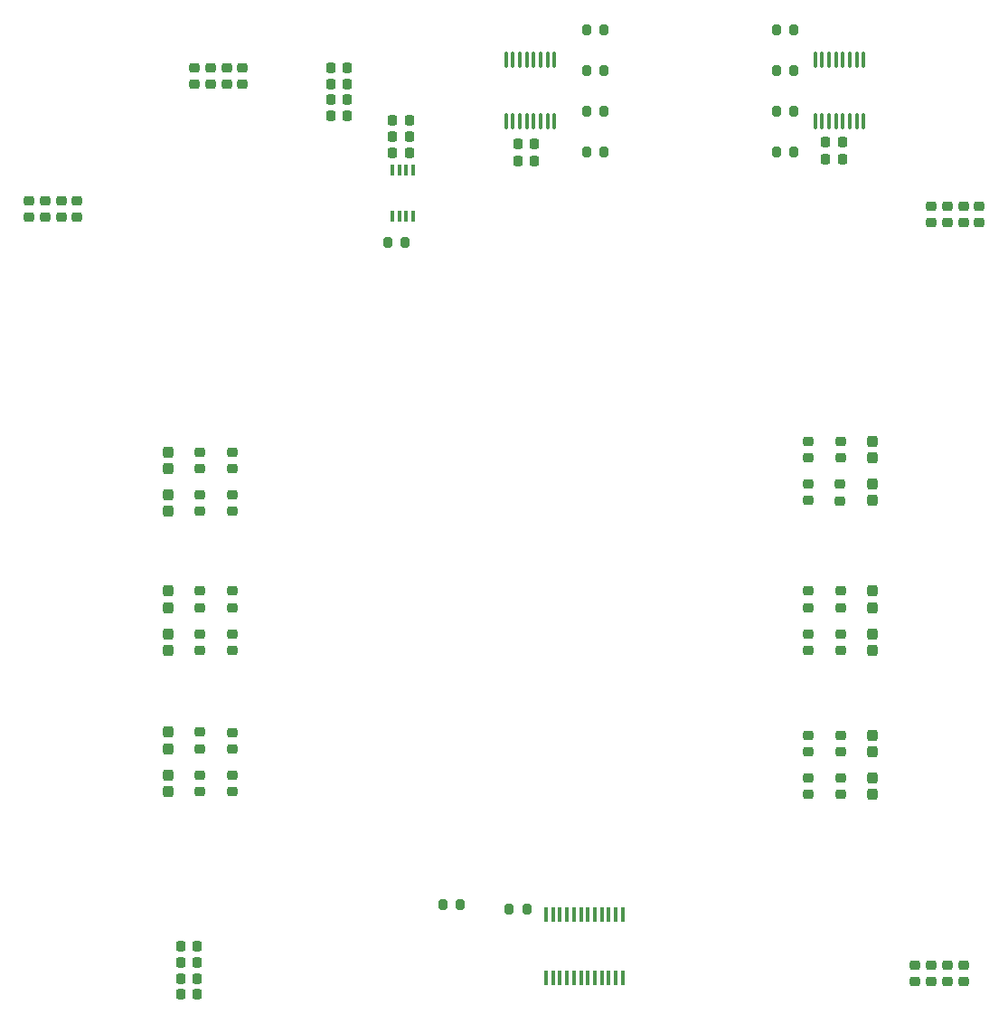
<source format=gbr>
%TF.GenerationSoftware,KiCad,Pcbnew,8.0.5*%
%TF.CreationDate,2024-11-19T12:55:29-05:00*%
%TF.ProjectId,huxley-rounded,6875786c-6579-42d7-926f-756e6465642e,rev?*%
%TF.SameCoordinates,Original*%
%TF.FileFunction,Paste,Top*%
%TF.FilePolarity,Positive*%
%FSLAX46Y46*%
G04 Gerber Fmt 4.6, Leading zero omitted, Abs format (unit mm)*
G04 Created by KiCad (PCBNEW 8.0.5) date 2024-11-19 12:55:29*
%MOMM*%
%LPD*%
G01*
G04 APERTURE LIST*
G04 Aperture macros list*
%AMRoundRect*
0 Rectangle with rounded corners*
0 $1 Rounding radius*
0 $2 $3 $4 $5 $6 $7 $8 $9 X,Y pos of 4 corners*
0 Add a 4 corners polygon primitive as box body*
4,1,4,$2,$3,$4,$5,$6,$7,$8,$9,$2,$3,0*
0 Add four circle primitives for the rounded corners*
1,1,$1+$1,$2,$3*
1,1,$1+$1,$4,$5*
1,1,$1+$1,$6,$7*
1,1,$1+$1,$8,$9*
0 Add four rect primitives between the rounded corners*
20,1,$1+$1,$2,$3,$4,$5,0*
20,1,$1+$1,$4,$5,$6,$7,0*
20,1,$1+$1,$6,$7,$8,$9,0*
20,1,$1+$1,$8,$9,$2,$3,0*%
G04 Aperture macros list end*
%ADD10RoundRect,0.237500X-0.237500X0.308600X-0.237500X-0.308600X0.237500X-0.308600X0.237500X0.308600X0*%
%ADD11RoundRect,0.237500X0.237500X-0.308600X0.237500X0.308600X-0.237500X0.308600X-0.237500X-0.308600X0*%
%ADD12R,0.355600X1.066800*%
%ADD13RoundRect,0.225000X0.250000X-0.225000X0.250000X0.225000X-0.250000X0.225000X-0.250000X-0.225000X0*%
%ADD14RoundRect,0.225000X0.225000X0.250000X-0.225000X0.250000X-0.225000X-0.250000X0.225000X-0.250000X0*%
%ADD15RoundRect,0.200000X-0.200000X-0.275000X0.200000X-0.275000X0.200000X0.275000X-0.200000X0.275000X0*%
%ADD16RoundRect,0.225000X-0.250000X0.225000X-0.250000X-0.225000X0.250000X-0.225000X0.250000X0.225000X0*%
%ADD17R,0.355600X1.409700*%
%ADD18RoundRect,0.200000X0.200000X0.275000X-0.200000X0.275000X-0.200000X-0.275000X0.200000X-0.275000X0*%
%ADD19RoundRect,0.100000X-0.100000X0.637500X-0.100000X-0.637500X0.100000X-0.637500X0.100000X0.637500X0*%
%ADD20RoundRect,0.225000X-0.225000X-0.250000X0.225000X-0.250000X0.225000X0.250000X-0.225000X0.250000X0*%
G04 APERTURE END LIST*
D10*
%TO.C,R12*%
X73000000Y-129450300D03*
X73000000Y-130999700D03*
%TD*%
D11*
%TO.C,R11*%
X73000000Y-113774700D03*
X73000000Y-112225300D03*
%TD*%
%TO.C,R10*%
X73000000Y-126999700D03*
X73000000Y-125450300D03*
%TD*%
D10*
%TO.C,R9*%
X73000000Y-116225300D03*
X73000000Y-117774700D03*
%TD*%
%TO.C,R8*%
X73000000Y-103225300D03*
X73000000Y-104774700D03*
%TD*%
D11*
%TO.C,R7*%
X139000000Y-99774700D03*
X139000000Y-98225300D03*
%TD*%
%TO.C,R6*%
X73000000Y-100774700D03*
X73000000Y-99225300D03*
%TD*%
D10*
%TO.C,R5*%
X139000000Y-102225300D03*
X139000000Y-103774700D03*
%TD*%
D11*
%TO.C,R4*%
X139000000Y-113774700D03*
X139000000Y-112225300D03*
%TD*%
D10*
%TO.C,R3*%
X139000000Y-116225300D03*
X139000000Y-117774700D03*
%TD*%
D11*
%TO.C,R2*%
X139000000Y-127274700D03*
X139000000Y-125725300D03*
%TD*%
D10*
%TO.C,R1*%
X139000000Y-129725300D03*
X139000000Y-131274700D03*
%TD*%
D12*
%TO.C,U3*%
X94024640Y-77133600D03*
X94674880Y-77133600D03*
X95325120Y-77133600D03*
X95975360Y-77133600D03*
X95975360Y-72866400D03*
X95325120Y-72866400D03*
X94674880Y-72866400D03*
X94024640Y-72866400D03*
%TD*%
D13*
%TO.C,C69*%
X133000000Y-99775000D03*
X133000000Y-98225000D03*
%TD*%
D14*
%TO.C,C16*%
X107309000Y-70405000D03*
X105759000Y-70405000D03*
%TD*%
D15*
%TO.C,R20*%
X129985000Y-67310000D03*
X131635000Y-67310000D03*
%TD*%
D16*
%TO.C,C37*%
X144500000Y-76225000D03*
X144500000Y-77775000D03*
%TD*%
D14*
%TO.C,C21*%
X75775000Y-147000000D03*
X74225000Y-147000000D03*
%TD*%
D13*
%TO.C,C64*%
X133000000Y-127275000D03*
X133000000Y-125725000D03*
%TD*%
D14*
%TO.C,C17*%
X107309000Y-72005000D03*
X105759000Y-72005000D03*
%TD*%
D16*
%TO.C,C41*%
X77000000Y-63225000D03*
X77000000Y-64775000D03*
%TD*%
D14*
%TO.C,C29*%
X89775000Y-64750000D03*
X88225000Y-64750000D03*
%TD*%
D15*
%TO.C,R22*%
X104975000Y-142000000D03*
X106625000Y-142000000D03*
%TD*%
D16*
%TO.C,C5*%
X135962000Y-102251000D03*
X135962000Y-103801000D03*
%TD*%
%TO.C,C42*%
X78500000Y-63225000D03*
X78500000Y-64775000D03*
%TD*%
D17*
%TO.C,U6*%
X108425001Y-148452750D03*
X109075000Y-148452750D03*
X109724998Y-148452750D03*
X110374999Y-148452750D03*
X111024998Y-148452750D03*
X111674999Y-148452750D03*
X112324998Y-148452750D03*
X112974999Y-148452750D03*
X113624998Y-148452750D03*
X114274999Y-148452750D03*
X114924998Y-148452750D03*
X115574999Y-148452750D03*
X115574999Y-142547250D03*
X114925000Y-142547250D03*
X114274999Y-142547250D03*
X113625001Y-142547250D03*
X112974999Y-142547250D03*
X112325001Y-142547250D03*
X111675002Y-142547250D03*
X111025001Y-142547250D03*
X110375002Y-142547250D03*
X109725001Y-142547250D03*
X109075002Y-142547250D03*
X108425001Y-142547250D03*
%TD*%
D16*
%TO.C,C35*%
X143000000Y-147225000D03*
X143000000Y-148775000D03*
%TD*%
D13*
%TO.C,C6*%
X76000000Y-100775000D03*
X76000000Y-99225000D03*
%TD*%
D16*
%TO.C,C66*%
X133000000Y-116225000D03*
X133000000Y-117775000D03*
%TD*%
%TO.C,C32*%
X147500000Y-147225000D03*
X147500000Y-148775000D03*
%TD*%
D13*
%TO.C,C4*%
X136000000Y-113775000D03*
X136000000Y-112225000D03*
%TD*%
%TO.C,C67*%
X133000000Y-113775000D03*
X133000000Y-112225000D03*
%TD*%
D14*
%TO.C,C18*%
X136165000Y-71805000D03*
X134615000Y-71805000D03*
%TD*%
D18*
%TO.C,R16*%
X113855000Y-63500000D03*
X112205000Y-63500000D03*
%TD*%
D19*
%TO.C,U4*%
X109209000Y-62542500D03*
X108559000Y-62542500D03*
X107909000Y-62542500D03*
X107259000Y-62542500D03*
X106609000Y-62542500D03*
X105959000Y-62542500D03*
X105309000Y-62542500D03*
X104659000Y-62542500D03*
X104659000Y-68267500D03*
X105309000Y-68267500D03*
X105959000Y-68267500D03*
X106609000Y-68267500D03*
X107259000Y-68267500D03*
X107909000Y-68267500D03*
X108559000Y-68267500D03*
X109209000Y-68267500D03*
%TD*%
D13*
%TO.C,C7*%
X136000000Y-99775000D03*
X136000000Y-98225000D03*
%TD*%
D16*
%TO.C,C33*%
X146000000Y-147225000D03*
X146000000Y-148775000D03*
%TD*%
D20*
%TO.C,C15*%
X94050000Y-68200000D03*
X95600000Y-68200000D03*
%TD*%
D16*
%TO.C,C36*%
X149000000Y-76225000D03*
X149000000Y-77775000D03*
%TD*%
D13*
%TO.C,C11*%
X76000000Y-113775000D03*
X76000000Y-112225000D03*
%TD*%
D19*
%TO.C,U5*%
X138165000Y-62542500D03*
X137515000Y-62542500D03*
X136865000Y-62542500D03*
X136215000Y-62542500D03*
X135565000Y-62542500D03*
X134915000Y-62542500D03*
X134265000Y-62542500D03*
X133615000Y-62542500D03*
X133615000Y-68267500D03*
X134265000Y-68267500D03*
X134915000Y-68267500D03*
X135565000Y-68267500D03*
X136215000Y-68267500D03*
X136865000Y-68267500D03*
X137515000Y-68267500D03*
X138165000Y-68267500D03*
%TD*%
D16*
%TO.C,C26*%
X63000000Y-75725000D03*
X63000000Y-77275000D03*
%TD*%
%TO.C,C75*%
X79000000Y-129450000D03*
X79000000Y-131000000D03*
%TD*%
D13*
%TO.C,C70*%
X79000000Y-100775000D03*
X79000000Y-99225000D03*
%TD*%
D15*
%TO.C,R21*%
X129985000Y-71120000D03*
X131635000Y-71120000D03*
%TD*%
D14*
%TO.C,C20*%
X75775000Y-145490000D03*
X74225000Y-145490000D03*
%TD*%
%TO.C,C19*%
X136165000Y-70205000D03*
X134615000Y-70205000D03*
%TD*%
D16*
%TO.C,C8*%
X76000000Y-103225000D03*
X76000000Y-104775000D03*
%TD*%
%TO.C,C9*%
X76000000Y-116225000D03*
X76000000Y-117775000D03*
%TD*%
%TO.C,C72*%
X79000000Y-116225000D03*
X79000000Y-117775000D03*
%TD*%
%TO.C,C68*%
X133000000Y-102225000D03*
X133000000Y-103775000D03*
%TD*%
D14*
%TO.C,C23*%
X75725000Y-150000000D03*
X74175000Y-150000000D03*
%TD*%
D18*
%TO.C,R18*%
X113855000Y-71120000D03*
X112205000Y-71120000D03*
%TD*%
D20*
%TO.C,C13*%
X94050000Y-71200000D03*
X95600000Y-71200000D03*
%TD*%
D16*
%TO.C,C25*%
X61500000Y-75725000D03*
X61500000Y-77275000D03*
%TD*%
%TO.C,C34*%
X144500000Y-147225000D03*
X144500000Y-148775000D03*
%TD*%
%TO.C,C1*%
X136000000Y-129725000D03*
X136000000Y-131275000D03*
%TD*%
D18*
%TO.C,R17*%
X113855000Y-67310000D03*
X112205000Y-67310000D03*
%TD*%
D15*
%TO.C,R14*%
X129985000Y-59690000D03*
X131635000Y-59690000D03*
%TD*%
D14*
%TO.C,C31*%
X89775000Y-67750000D03*
X88225000Y-67750000D03*
%TD*%
D16*
%TO.C,C71*%
X79000000Y-103225000D03*
X79000000Y-104775000D03*
%TD*%
%TO.C,C43*%
X80000000Y-63225000D03*
X80000000Y-64775000D03*
%TD*%
%TO.C,C27*%
X64500000Y-75725000D03*
X64500000Y-77275000D03*
%TD*%
%TO.C,C38*%
X146000000Y-76225000D03*
X146000000Y-77775000D03*
%TD*%
D15*
%TO.C,R19*%
X129985000Y-63500000D03*
X131635000Y-63500000D03*
%TD*%
D16*
%TO.C,C65*%
X133000000Y-129725000D03*
X133000000Y-131275000D03*
%TD*%
%TO.C,C40*%
X75500000Y-63225000D03*
X75500000Y-64775000D03*
%TD*%
D18*
%TO.C,R13*%
X113855000Y-59690000D03*
X112205000Y-59690000D03*
%TD*%
D14*
%TO.C,C30*%
X89775000Y-66250000D03*
X88225000Y-66250000D03*
%TD*%
%TO.C,C28*%
X89775000Y-63250000D03*
X88225000Y-63250000D03*
%TD*%
D13*
%TO.C,C10*%
X76000000Y-127000000D03*
X76000000Y-125450000D03*
%TD*%
D16*
%TO.C,C39*%
X147500000Y-76225000D03*
X147500000Y-77775000D03*
%TD*%
D13*
%TO.C,C74*%
X79000000Y-127027000D03*
X79000000Y-125477000D03*
%TD*%
D15*
%TO.C,R15*%
X93566880Y-79604000D03*
X95216880Y-79604000D03*
%TD*%
D13*
%TO.C,C2*%
X136000000Y-127275000D03*
X136000000Y-125725000D03*
%TD*%
D20*
%TO.C,C14*%
X94050000Y-69700000D03*
X95600000Y-69700000D03*
%TD*%
D16*
%TO.C,C12*%
X76000000Y-129450000D03*
X76000000Y-131000000D03*
%TD*%
%TO.C,C3*%
X136000000Y-116225000D03*
X136000000Y-117775000D03*
%TD*%
D13*
%TO.C,C73*%
X79000000Y-113775000D03*
X79000000Y-112225000D03*
%TD*%
D15*
%TO.C,R32*%
X98725000Y-141550000D03*
X100375000Y-141550000D03*
%TD*%
D14*
%TO.C,C22*%
X75775000Y-148500000D03*
X74225000Y-148500000D03*
%TD*%
D16*
%TO.C,C24*%
X60000000Y-75725000D03*
X60000000Y-77275000D03*
%TD*%
M02*

</source>
